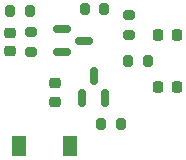
<source format=gbr>
%TF.GenerationSoftware,KiCad,Pcbnew,8.0.1*%
%TF.CreationDate,2024-05-12T21:11:42+05:30*%
%TF.ProjectId,PBSEQ-D2,50425345-512d-4443-922e-6b696361645f,0.1*%
%TF.SameCoordinates,Original*%
%TF.FileFunction,Paste,Top*%
%TF.FilePolarity,Positive*%
%FSLAX46Y46*%
G04 Gerber Fmt 4.6, Leading zero omitted, Abs format (unit mm)*
G04 Created by KiCad (PCBNEW 8.0.1) date 2024-05-12 21:11:42*
%MOMM*%
%LPD*%
G01*
G04 APERTURE LIST*
G04 Aperture macros list*
%AMRoundRect*
0 Rectangle with rounded corners*
0 $1 Rounding radius*
0 $2 $3 $4 $5 $6 $7 $8 $9 X,Y pos of 4 corners*
0 Add a 4 corners polygon primitive as box body*
4,1,4,$2,$3,$4,$5,$6,$7,$8,$9,$2,$3,0*
0 Add four circle primitives for the rounded corners*
1,1,$1+$1,$2,$3*
1,1,$1+$1,$4,$5*
1,1,$1+$1,$6,$7*
1,1,$1+$1,$8,$9*
0 Add four rect primitives between the rounded corners*
20,1,$1+$1,$2,$3,$4,$5,0*
20,1,$1+$1,$4,$5,$6,$7,0*
20,1,$1+$1,$6,$7,$8,$9,0*
20,1,$1+$1,$8,$9,$2,$3,0*%
G04 Aperture macros list end*
%ADD10RoundRect,0.200000X0.200000X0.275000X-0.200000X0.275000X-0.200000X-0.275000X0.200000X-0.275000X0*%
%ADD11RoundRect,0.200000X0.275000X-0.200000X0.275000X0.200000X-0.275000X0.200000X-0.275000X-0.200000X0*%
%ADD12RoundRect,0.150000X-0.587500X-0.150000X0.587500X-0.150000X0.587500X0.150000X-0.587500X0.150000X0*%
%ADD13RoundRect,0.218750X-0.218750X-0.256250X0.218750X-0.256250X0.218750X0.256250X-0.218750X0.256250X0*%
%ADD14RoundRect,0.200000X-0.200000X-0.275000X0.200000X-0.275000X0.200000X0.275000X-0.200000X0.275000X0*%
%ADD15RoundRect,0.225000X0.250000X-0.225000X0.250000X0.225000X-0.250000X0.225000X-0.250000X-0.225000X0*%
%ADD16R,1.150000X1.700000*%
%ADD17RoundRect,0.200000X-0.275000X0.200000X-0.275000X-0.200000X0.275000X-0.200000X0.275000X0.200000X0*%
%ADD18RoundRect,0.150000X0.150000X-0.587500X0.150000X0.587500X-0.150000X0.587500X-0.150000X-0.587500X0*%
G04 APERTURE END LIST*
D10*
%TO.C,R3*%
X139620000Y-96405000D03*
X137970000Y-96405000D03*
%TD*%
D11*
%TO.C,R5*%
X141740000Y-98605000D03*
X141740000Y-96955000D03*
%TD*%
D12*
%TO.C,Q1*%
X136017500Y-98156000D03*
X136017500Y-100056000D03*
X137892500Y-99106000D03*
%TD*%
D13*
%TO.C,D1*%
X144212500Y-98610000D03*
X145787500Y-98610000D03*
%TD*%
D14*
%TO.C,R2*%
X139380000Y-106185000D03*
X141030000Y-106185000D03*
%TD*%
D10*
%TO.C,R6*%
X143315000Y-100850000D03*
X141665000Y-100850000D03*
%TD*%
D13*
%TO.C,D2*%
X144212500Y-103000000D03*
X145787500Y-103000000D03*
%TD*%
D14*
%TO.C,R4*%
X131680000Y-96605000D03*
X133330000Y-96605000D03*
%TD*%
D15*
%TO.C,C1*%
X131655000Y-99980000D03*
X131655000Y-98430000D03*
%TD*%
D16*
%TO.C,SW1*%
X136760000Y-108035000D03*
X132410000Y-108035000D03*
%TD*%
D17*
%TO.C,R1*%
X133425000Y-98380000D03*
X133425000Y-100030000D03*
%TD*%
D15*
%TO.C,C2*%
X135465000Y-104270000D03*
X135465000Y-102720000D03*
%TD*%
D18*
%TO.C,Q2*%
X137787000Y-103982500D03*
X139687000Y-103982500D03*
X138737000Y-102107500D03*
%TD*%
M02*

</source>
